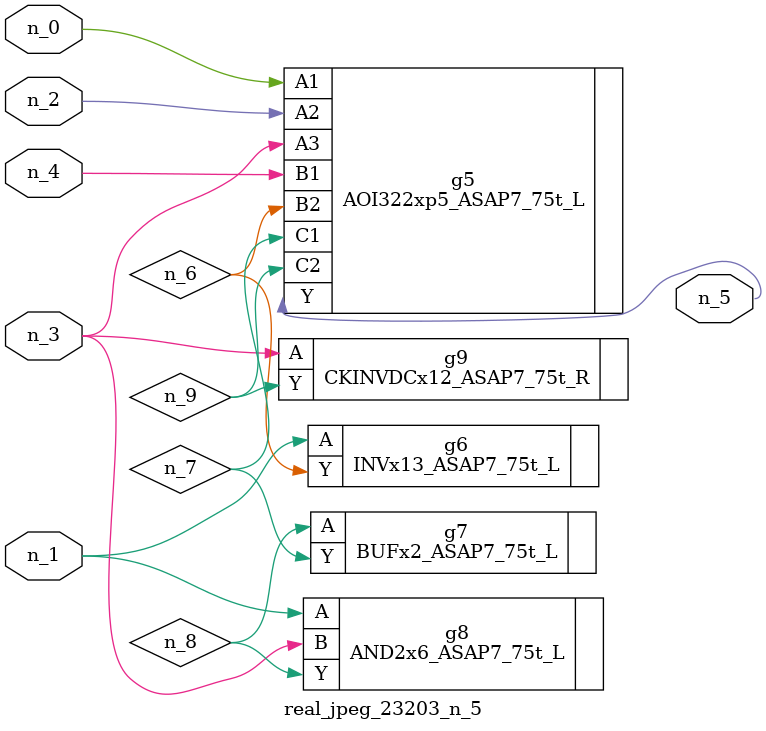
<source format=v>
module real_jpeg_23203_n_5 (n_4, n_0, n_1, n_2, n_3, n_5);

input n_4;
input n_0;
input n_1;
input n_2;
input n_3;

output n_5;

wire n_8;
wire n_6;
wire n_7;
wire n_9;

AOI322xp5_ASAP7_75t_L g5 ( 
.A1(n_0),
.A2(n_2),
.A3(n_3),
.B1(n_4),
.B2(n_6),
.C1(n_7),
.C2(n_9),
.Y(n_5)
);

INVx13_ASAP7_75t_L g6 ( 
.A(n_1),
.Y(n_6)
);

AND2x6_ASAP7_75t_L g8 ( 
.A(n_1),
.B(n_3),
.Y(n_8)
);

CKINVDCx12_ASAP7_75t_R g9 ( 
.A(n_3),
.Y(n_9)
);

BUFx2_ASAP7_75t_L g7 ( 
.A(n_8),
.Y(n_7)
);


endmodule
</source>
